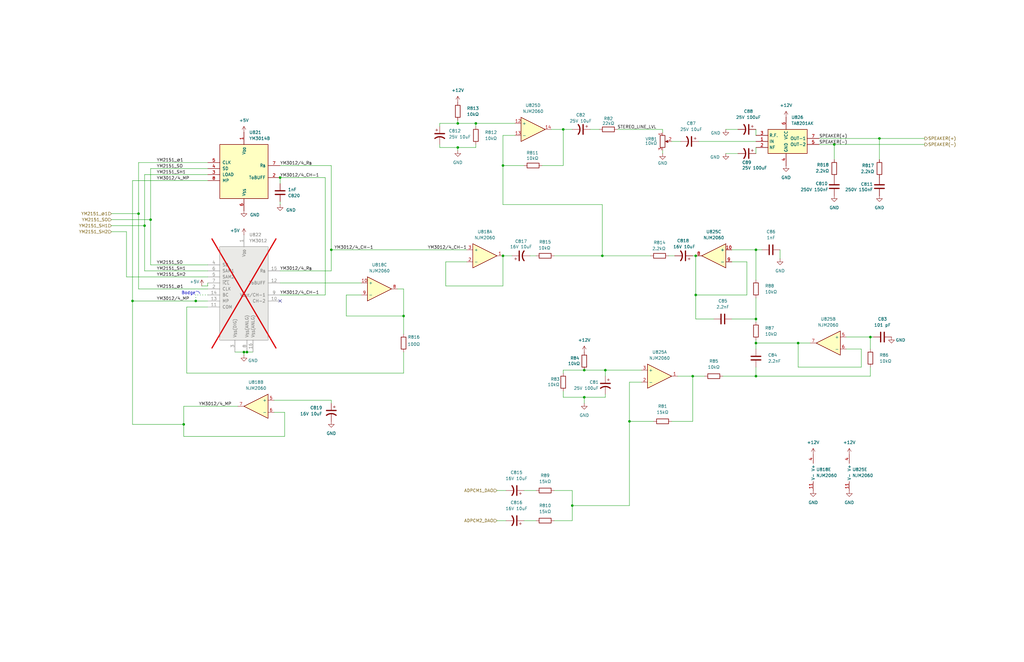
<source format=kicad_sch>
(kicad_sch (version 20231120) (generator "eeschema") (generator_version "8.0")
  (paper "B")
  (title_block (title "RA9704, Audio Amplifier") (date "2024-12-30") (rev "002") (company "Coin-Op Collection") (comment 1 "Author: Brandon Arnold") (comment 2 "License: CC BY-NC-SA 4.0"))
  (lib_symbols
    (symbol "power:+12V" (power) (pin_numbers hide) (pin_names (offset 0) hide)
      (property "Value" "+12V" (at 0 3.556 0))
      (symbol "+12V_0_1"
        (polyline (pts (xy -0.762 1.27) (xy 0 2.54)))
        (polyline (pts (xy 0 0) (xy 0 2.54)))
        (polyline (pts (xy 0 2.54) (xy 0.762 1.27)))
      )
      (symbol "+12V_1_1"
        (pin power_in line (at 0 0 90) (length 0) (name "~") (number "1"))
      )
    )
    (symbol "power:+5V" (power) (pin_numbers hide) (pin_names (offset 0) hide)
      (property "Value" "+5V" (at 0 3.556 0))
      (symbol "+5V_0_1"
        (polyline (pts (xy -0.762 1.27) (xy 0 2.54)))
        (polyline (pts (xy 0 0) (xy 0 2.54)))
        (polyline (pts (xy 0 2.54) (xy 0.762 1.27)))
      )
      (symbol "+5V_1_1"
        (pin power_in line (at 0 0 90) (length 0) (name "~") (number "1"))
      )
    )
    (symbol "power:GND" (power) (pin_numbers hide) (pin_names (offset 0) hide)
      (property "Value" "GND" (at 0 -3.81 0))
      (symbol "GND_0_1"
        (polyline (pts (xy 0 0) (xy 0 -1.27) (xy 1.27 -1.27) (xy 0 -2.54) (xy -1.27 -1.27) (xy 0 -1.27)))
      )
      (symbol "GND_1_1"
        (pin power_in line (at 0 0 270) (length 0) (name "~") (number "1"))
      )
    )
    (symbol "ra9704:C_Disc" (pin_numbers hide) (pin_names (offset 0.254))
      (property "Reference" "C" (at 0.635 2.54 0))
      (property "Value" "C" (at 0.635 -2.54 0))
      (symbol "C_Disc_0_1"
        (polyline (pts (xy -2.032 -0.762) (xy 2.032 -0.762)) (stroke (width 0.508)))
        (polyline (pts (xy -2.032 0.762) (xy 2.032 0.762)) (stroke (width 0.508)))
      )
      (symbol "C_Disc_1_1"
        (pin passive line (at 0 3.81 270) (length 2.794) (name "~") (number "1"))
        (pin passive line (at 0 -3.81 90) (length 2.794) (name "~") (number "2"))
      )
    )
    (symbol "ra9704:C_Polarized_US_5mm" (pin_numbers hide) (pin_names (offset 0.254) hide)
      (property "Reference" "C" (at 0.635 2.54 0))
      (property "Value" "C_Polarized_US" (at 0.635 -2.54 0))
      (symbol "C_Polarized_US_5mm_0_1"
        (polyline (pts (xy -2.032 0.762) (xy 2.032 0.762)) (stroke (width 0.508)))
        (polyline (pts (xy -1.778 2.286) (xy -0.762 2.286)))
        (polyline (pts (xy -1.27 1.778) (xy -1.27 2.794)))
        (arc (start 2.032 -1.27) (mid 0 -0.5572) (end -2.032 -1.27) (stroke (width 0.508)))
      )
      (symbol "C_Polarized_US_5mm_1_1"
        (pin passive line (at 0 3.81 270) (length 2.794) (name "~") (number "1"))
        (pin passive line (at 0 -3.81 90) (length 3.302) (name "~") (number "2"))
      )
    )
    (symbol "ra9704:C_Polarized_US_8mm" (pin_numbers hide) (pin_names (offset 0.254) hide)
      (property "Reference" "C" (at 0.635 2.54 0))
      (property "Value" "C_Polarized_US" (at 0.635 -2.54 0))
      (symbol "C_Polarized_US_8mm_0_1"
        (polyline (pts (xy -2.032 0.762) (xy 2.032 0.762)) (stroke (width 0.508)))
        (polyline (pts (xy -1.778 2.286) (xy -0.762 2.286)))
        (polyline (pts (xy -1.27 1.778) (xy -1.27 2.794)))
        (arc (start 2.032 -1.27) (mid 0 -0.5572) (end -2.032 -1.27) (stroke (width 0.508)))
      )
      (symbol "C_Polarized_US_8mm_1_1"
        (pin passive line (at 0 3.81 270) (length 2.794) (name "~") (number "1"))
        (pin passive line (at 0 -3.81 90) (length 3.302) (name "~") (number "2"))
      )
    )
    (symbol "ra9704:NJM2060"
      (property "Reference" "U" (at 0 5.08 0))
      (property "Value" "NJM2060" (at 0 -5.08 0))
      (symbol "NJM2060_1_1"
        (polyline (pts (xy -5.08 5.08) (xy 5.08 0) (xy -5.08 -5.08) (xy -5.08 5.08)) (stroke (width 0.254)) (fill (type background)))
        (pin output line (at 7.62 0 180) (length 2.54) (name "~") (number "1"))
        (pin input line (at -7.62 -2.54 0) (length 2.54) (name "-") (number "2"))
        (pin input line (at -7.62 2.54 0) (length 2.54) (name "+") (number "3"))
      )
      (symbol "NJM2060_2_1"
        (polyline (pts (xy -5.08 5.08) (xy 5.08 0) (xy -5.08 -5.08) (xy -5.08 5.08)) (stroke (width 0.254)) (fill (type background)))
        (pin input line (at -7.62 2.54 0) (length 2.54) (name "+") (number "5"))
        (pin input line (at -7.62 -2.54 0) (length 2.54) (name "-") (number "6"))
        (pin output line (at 7.62 0 180) (length 2.54) (name "~") (number "7"))
      )
      (symbol "NJM2060_3_1"
        (polyline (pts (xy -5.08 5.08) (xy 5.08 0) (xy -5.08 -5.08) (xy -5.08 5.08)) (stroke (width 0.254)) (fill (type background)))
        (pin input line (at -7.62 2.54 0) (length 2.54) (name "+") (number "10"))
        (pin output line (at 7.62 0 180) (length 2.54) (name "~") (number "8"))
        (pin input line (at -7.62 -2.54 0) (length 2.54) (name "-") (number "9"))
      )
      (symbol "NJM2060_4_1"
        (polyline (pts (xy -5.08 5.08) (xy 5.08 0) (xy -5.08 -5.08) (xy -5.08 5.08)) (stroke (width 0.254)) (fill (type background)))
        (pin input line (at -7.62 2.54 0) (length 2.54) (name "+") (number "12"))
        (pin input line (at -7.62 -2.54 0) (length 2.54) (name "-") (number "13"))
        (pin output line (at 7.62 0 180) (length 2.54) (name "~") (number "14"))
      )
      (symbol "NJM2060_5_1"
        (pin power_in line (at -2.54 -7.62 90) (length 3.81) (name "V-") (number "11"))
        (pin power_in line (at -2.54 7.62 270) (length 3.81) (name "V+") (number "4"))
      )
    )
    (symbol "ra9704:R" (pin_numbers hide) (pin_names (offset 0))
      (property "Reference" "R" (at 2.032 0 90))
      (property "Value" "R" (at 0 0 90))
      (symbol "R_0_1"
        (rectangle (start -1.016 -2.54) (end 1.016 2.54) (stroke (width 0.254)))
      )
      (symbol "R_1_1"
        (pin passive line (at 0 3.81 270) (length 1.27) (name "~") (number "1"))
        (pin passive line (at 0 -3.81 90) (length 1.27) (name "~") (number "2"))
      )
    )
    (symbol "ra9704:R_Potentiometer" (pin_names (offset 1.016) hide)
      (property "Reference" "VR" (at -4.445 0 90))
      (property "Value" "R_Potentiometer" (at -2.54 0 90))
      (symbol "R_Potentiometer_0_1"
        (polyline (pts (xy 2.54 0) (xy 1.524 0)))
        (polyline (pts (xy 1.143 0) (xy 2.286 0.508) (xy 2.286 -0.508) (xy 1.143 0)) (fill (type outline)))
        (rectangle (start 1.016 2.54) (end -1.016 -2.54) (stroke (width 0.254)))
      )
      (symbol "R_Potentiometer_1_1"
        (pin passive line (at 0 3.81 270) (length 1.27) (name "1") (number "1"))
        (pin passive line (at 3.81 0 180) (length 1.27) (name "2") (number "2"))
        (pin passive line (at 0 -3.81 90) (length 1.27) (name "3") (number "3"))
      )
    )
    (symbol "ra9704:TA8201AK"
      (property "Reference" "U" (at 1.778 7.874 0))
      (property "Value" "TA8201AK" (at 5.842 6.096 0))
      (symbol "TA8201AK_0_1"
        (rectangle (start -7.62 5.08) (end 8.89 -5.08) (stroke (width 0.254)) (fill (type background)))
      )
      (symbol "TA8201AK_1_1"
        (pin input line (at -12.7 0 0) (length 5.08) (name "IN") (number "1"))
        (pin input line (at -12.7 -2.54 0) (length 5.08) (name "NF") (number "2"))
        (pin input line (at -12.7 2.54 0) (length 5.08) (name "R.F.") (number "3"))
        (pin power_in line (at 0 -10.16 90) (length 5.08) (name "GND") (number "4"))
        (pin output line (at 13.97 -1.27 180) (length 5.08) (name "OUT-2") (number "5"))
        (pin power_in line (at 0 10.16 270) (length 5.08) (name "VCC") (number "6"))
        (pin output line (at 13.97 1.27 180) (length 5.08) (name "OUT-1") (number "7"))
      )
    )
    (symbol "ra9704:YM3012" (pin_names (offset 1.016))
      (property "Reference" "U" (at 4.064 16.256 0))
      (property "Value" "YM3012" (at 7.366 13.97 0))
      (symbol "YM3012_1_0"
        (pin power_in line (at 0 17.78 270) (length 5.08) (name "V_{DD}") (number "1"))
        (pin power_out line (at 15.24 -10.16 180) (length 5.08) (name "CH-2") (number "10"))
        (pin input line (at -15.24 -12.7 0) (length 5.08) (name "COM") (number "11"))
        (pin output line (at 15.24 -2.54 180) (length 5.08) (name "ToBUFF") (number "12"))
        (pin input line (at -15.24 -10.16 0) (length 5.08) (name "MP") (number "13"))
        (pin input line (at -15.24 -7.62 0) (length 5.08) (name "BC") (number "14"))
        (pin output line (at 15.24 2.54 180) (length 5.08) (name "R_{B}") (number "15"))
        (pin power_in line (at 3.81 -31.75 90) (length 5.08) (name "V_{SS}(ANLG)") (number "16"))
        (pin input line (at -15.24 -5.08 0) (length 5.08) (name "CLK") (number "2"))
        (pin power_in line (at -3.81 -31.75 90) (length 5.08) (name "V_{SS}(DIG)") (number "3"))
        (pin input line (at -15.24 5.08 0) (length 5.08) (name "SD") (number "4"))
        (pin input line (at -15.24 0 0) (length 5.08) (name "SAM2") (number "5"))
        (pin input line (at -15.24 2.54 0) (length 5.08) (name "SAM1") (number "6"))
        (pin input line (at -15.24 -2.54 0) (length 5.08) (name "~{ICL}") (number "7"))
        (pin power_in line (at 1.27 -31.75 90) (length 5.08) (name "V_{SS}(ANLG)") (number "8"))
        (pin power_out line (at 15.24 -7.62 180) (length 5.08) (name "V_{OUT}/CH-1") (number "9"))
      )
      (symbol "YM3012_1_1"
        (rectangle (start -10.16 12.7) (end 10.16 -26.67) (stroke (width 0.254)) (fill (type background)))
      )
    )
    (symbol "ra9704:YM3014B" (pin_names (offset 1.016))
      (property "Reference" "U" (at 4.064 14.986 0))
      (property "Value" "YM3014B" (at 7.366 12.7 0))
      (symbol "YM3014B_1_0"
        (pin power_in line (at 0 16.51 270) (length 5.08) (name "V_{DD}") (number "1"))
        (pin output line (at 15.24 -2.54 180) (length 5.08) (name "ToBUFF") (number "2"))
        (pin input line (at -15.24 -1.27 0) (length 5.08) (name "LOAD") (number "3"))
        (pin input line (at -15.24 1.27 0) (length 5.08) (name "SD") (number "4"))
        (pin input line (at -15.24 3.81 0) (length 5.08) (name "CLK") (number "5"))
        (pin power_in line (at 0 -16.51 90) (length 5.08) (name "V_{SS}") (number "6"))
        (pin output line (at 15.24 2.54 180) (length 5.08) (name "R_{B}") (number "7"))
        (pin input line (at -15.24 -3.81 0) (length 5.08) (name "MP") (number "8"))
      )
      (symbol "YM3014B_1_1"
        (rectangle (start -10.16 11.43) (end 10.16 -11.43) (stroke (width 0.254)) (fill (type background)))
      )
    )
  )
  (junction (at 170.18 133.35))
  (junction (at 58.42 90.17))
  (junction (at 367.03 142.24))
  (junction (at 246.38 167.64))
  (junction (at 246.38 156.21))
  (junction (at 104.14 148.59))
  (junction (at 55.88 127))
  (junction (at 237.49 54.61))
  (junction (at 293.37 107.95))
  (junction (at 63.5 92.71))
  (junction (at 293.37 124.46))
  (junction (at 318.77 105.41))
  (junction (at 255.27 156.21))
  (junction (at 212.09 107.95))
  (junction (at 102.87 148.59))
  (junction (at 60.96 95.25))
  (junction (at 318.77 158.75))
  (junction (at 318.77 134.62))
  (junction (at 193.04 52.07))
  (junction (at 212.09 69.85))
  (junction (at 139.7 105.41))
  (junction (at 193.04 62.23))
  (junction (at 77.47 179.07))
  (junction (at 351.79 60.96))
  (junction (at 200.66 52.07))
  (junction (at 82.55 127))
  (junction (at 336.55 144.78))
  (junction (at 370.84 58.42))
  (junction (at 292.1 158.75))
  (junction (at 254 107.95))
  (junction (at 265.43 177.8))
  (junction (at 118.11 74.93))
  (junction (at 318.77 144.78))
  (junction (at 241.3 213.36))
  (no_connect (at 204.47 -15.24))
  (no_connect (at 219.71 -17.78))
  (no_connect (at 118.11 127))
  (no_connect (at 204.47 -20.32))
  (wire (pts (xy 367.03 154.94) (xy 367.03 158.75)))
  (wire (pts (xy 170.18 121.92) (xy 167.64 121.92)))
  (wire (pts (xy 137.16 124.46) (xy 137.16 74.93)))
  (wire (pts (xy 200.66 62.23) (xy 200.66 60.96)))
  (wire (pts (xy 85.09 120.65) (xy 87.63 120.65)))
  (wire (pts (xy 185.42 53.34) (xy 185.42 52.07)))
  (wire (pts (xy 220.98 69.85) (xy 212.09 69.85)))
  (wire (pts (xy 185.42 62.23) (xy 193.04 62.23)))
  (wire (pts (xy 139.7 170.18) (xy 139.7 168.91)))
  (wire (pts (xy 293.37 107.95) (xy 292.1 107.95)))
  (wire (pts (xy 265.43 177.8) (xy 265.43 213.36)))
  (wire (pts (xy 193.04 62.23) (xy 200.66 62.23)))
  (wire (pts (xy 185.42 52.07) (xy 193.04 52.07)))
  (wire (pts (xy 212.09 120.65) (xy 212.09 107.95)))
  (wire (pts (xy 46.99 90.17) (xy 58.42 90.17)))
  (wire (pts (xy 139.7 168.91) (xy 115.57 168.91)))
  (wire (pts (xy 118.11 74.93) (xy 137.16 74.93)))
  (wire (pts (xy 255.27 156.21) (xy 246.38 156.21)))
  (wire (pts (xy 58.42 90.17) (xy 58.42 121.92)))
  (wire (pts (xy 220.98 207.01) (xy 226.06 207.01)))
  (wire (pts (xy 118.11 119.38) (xy 152.4 119.38)))
  (wire (pts (xy 53.34 116.84) (xy 87.63 116.84)))
  (wire (pts (xy 196.85 110.49) (xy 187.96 110.49)))
  (wire (pts (xy 212.09 69.85) (xy 212.09 86.36)))
  (wire (pts (xy 146.05 133.35) (xy 170.18 133.35)))
  (wire (pts (xy 77.47 171.45) (xy 77.47 179.07)))
  (wire (pts (xy 241.3 54.61) (xy 237.49 54.61)))
  (wire (pts (xy 300.99 134.62) (xy 293.37 134.62)))
  (wire (pts (xy 363.22 147.32) (xy 363.22 154.94)))
  (wire (pts (xy 215.9 107.95) (xy 212.09 107.95)))
  (wire (pts (xy 308.61 134.62) (xy 318.77 134.62)))
  (wire (pts (xy 46.99 92.71) (xy 63.5 92.71)))
  (wire (pts (xy 60.96 73.66) (xy 60.96 95.25)))
  (wire (pts (xy 254 86.36) (xy 254 107.95)))
  (wire (pts (xy 170.18 133.35) (xy 170.18 121.92)))
  (wire (pts (xy 146.05 124.46) (xy 146.05 133.35)))
  (wire (pts (xy 170.18 133.35) (xy 170.18 140.97)))
  (wire (pts (xy 233.68 219.71) (xy 241.3 219.71)))
  (wire (pts (xy 118.11 69.85) (xy 139.7 69.85)))
  (wire (pts (xy 46.99 97.79) (xy 53.34 97.79)))
  (wire (pts (xy 279.4 64.77) (xy 279.4 63.5)))
  (wire (pts (xy 283.21 59.69) (xy 287.02 59.69)))
  (wire (pts (xy 367.03 147.32) (xy 367.03 142.24)))
  (wire (pts (xy 55.88 179.07) (xy 77.47 179.07)))
  (wire (pts (xy 318.77 158.75) (xy 367.03 158.75)))
  (wire (pts (xy 308.61 105.41) (xy 318.77 105.41)))
  (wire (pts (xy 275.59 177.8) (xy 265.43 177.8)))
  (wire (pts (xy 209.55 207.01) (xy 213.36 207.01)))
  (wire (pts (xy 294.64 59.69) (xy 318.77 59.69)))
  (wire (pts (xy 293.37 107.95) (xy 293.37 124.46)))
  (wire (pts (xy 139.7 105.41) (xy 139.7 114.3)))
  (wire (pts (xy 82.55 124.46) (xy 82.55 127)) (stroke (width 0.25) (type dot)))
  (wire (pts (xy 63.5 71.12) (xy 87.63 71.12)))
  (wire (pts (xy 254 86.36) (xy 212.09 86.36)))
  (wire (pts (xy 318.77 154.94) (xy 318.77 158.75)))
  (wire (pts (xy 187.96 120.65) (xy 212.09 120.65)))
  (wire (pts (xy 370.84 58.42) (xy 389.89 58.42)))
  (wire (pts (xy 304.8 158.75) (xy 318.77 158.75)))
  (wire (pts (xy 63.5 71.12) (xy 63.5 92.71)))
  (wire (pts (xy 341.63 144.78) (xy 336.55 144.78)))
  (wire (pts (xy 336.55 144.78) (xy 318.77 144.78)))
  (wire (pts (xy 77.47 171.45) (xy 100.33 171.45)))
  (wire (pts (xy 60.96 95.25) (xy 60.96 114.3)))
  (wire (pts (xy 104.14 148.59) (xy 106.68 148.59)))
  (wire (pts (xy 58.42 68.58) (xy 87.63 68.58)))
  (wire (pts (xy 120.015 184.15) (xy 77.47 184.15)))
  (wire (pts (xy 60.96 73.66) (xy 87.63 73.66)))
  (wire (pts (xy 55.88 76.2) (xy 87.63 76.2)))
  (wire (pts (xy 87.63 124.46) (xy 82.55 124.46)) (stroke (width 0.25) (type dot)))
  (wire (pts (xy 241.3 213.36) (xy 241.3 219.71)))
  (wire (pts (xy 328.93 105.41) (xy 328.93 109.22)))
  (wire (pts (xy 260.35 54.61) (xy 279.4 54.61)))
  (wire (pts (xy 246.38 170.18) (xy 246.38 167.64)))
  (wire (pts (xy 200.66 52.07) (xy 217.17 52.07)))
  (wire (pts (xy 233.68 107.95) (xy 254 107.95)))
  (wire (pts (xy 102.87 148.59) (xy 104.14 148.59)))
  (wire (pts (xy 370.84 58.42) (xy 370.84 67.31)))
  (wire (pts (xy 279.4 54.61) (xy 279.4 55.88)))
  (wire (pts (xy 193.04 52.07) (xy 200.66 52.07)))
  (wire (pts (xy 293.37 124.46) (xy 314.96 124.46)))
  (wire (pts (xy 255.27 167.64) (xy 255.27 166.37)))
  (wire (pts (xy 314.96 110.49) (xy 314.96 124.46)))
  (wire (pts (xy 102.87 148.59) (xy 102.87 149.86)))
  (wire (pts (xy 345.44 60.96) (xy 351.79 60.96)))
  (wire (pts (xy 318.77 144.78) (xy 318.77 147.32)))
  (wire (pts (xy 237.49 156.21) (xy 237.49 157.48)))
  (wire (pts (xy 63.5 92.71) (xy 63.5 111.76)))
  (wire (pts (xy 220.98 219.71) (xy 226.06 219.71)))
  (wire (pts (xy 368.3 142.24) (xy 367.03 142.24)))
  (wire (pts (xy 367.03 142.24) (xy 356.87 142.24)))
  (wire (pts (xy 233.68 207.01) (xy 241.3 207.01)))
  (wire (pts (xy 308.61 110.49) (xy 314.96 110.49)))
  (wire (pts (xy 318.77 143.51) (xy 318.77 144.78)))
  (wire (pts (xy 99.06 148.59) (xy 102.87 148.59)))
  (wire (pts (xy 265.43 161.29) (xy 265.43 177.8)))
  (wire (pts (xy 306.07 64.77) (xy 311.15 64.77)))
  (wire (pts (xy 265.43 161.29) (xy 270.51 161.29)))
  (wire (pts (xy 292.1 158.75) (xy 285.75 158.75)))
  (wire (pts (xy 120.015 184.15) (xy 120.015 173.99)))
  (wire (pts (xy 139.7 69.85) (xy 139.7 105.41)))
  (wire (pts (xy 212.09 57.15) (xy 212.09 69.85)))
  (wire (pts (xy 78.74 157.48) (xy 78.74 129.54)))
  (wire (pts (xy 318.77 135.89) (xy 318.77 134.62)))
  (wire (pts (xy 270.51 156.21) (xy 255.27 156.21)))
  (wire (pts (xy 232.41 54.61) (xy 237.49 54.61)))
  (wire (pts (xy 226.06 107.95) (xy 223.52 107.95)))
  (wire (pts (xy 120.015 173.99) (xy 115.57 173.99)))
  (wire (pts (xy 77.47 184.15) (xy 77.47 179.07)))
  (wire (pts (xy 293.37 134.62) (xy 293.37 124.46)))
  (wire (pts (xy 118.11 114.3) (xy 139.7 114.3)))
  (wire (pts (xy 318.77 134.62) (xy 318.77 125.73)))
  (wire (pts (xy 241.3 207.01) (xy 241.3 213.36)))
  (wire (pts (xy 255.27 156.21) (xy 255.27 158.75)))
  (wire (pts (xy 118.11 124.46) (xy 137.16 124.46)))
  (wire (pts (xy 318.77 105.41) (xy 321.31 105.41)))
  (wire (pts (xy 55.88 127) (xy 55.88 179.07)))
  (wire (pts (xy 297.18 158.75) (xy 292.1 158.75)))
  (wire (pts (xy 87.63 119.38) (xy 87.63 120.65)))
  (wire (pts (xy 345.44 58.42) (xy 370.84 58.42)))
  (wire (pts (xy 254 107.95) (xy 274.32 107.95)))
  (wire (pts (xy 139.7 105.41) (xy 196.85 105.41)))
  (wire (pts (xy 58.42 90.17) (xy 58.42 68.58)))
  (wire (pts (xy 152.4 124.46) (xy 146.05 124.46)))
  (wire (pts (xy 187.96 110.49) (xy 187.96 120.65)))
  (wire (pts (xy 193.04 63.5) (xy 193.04 62.23)))
  (wire (pts (xy 46.99 95.25) (xy 60.96 95.25)))
  (wire (pts (xy 351.79 60.96) (xy 389.89 60.96)))
  (wire (pts (xy 318.77 64.77) (xy 318.77 62.23)))
  (wire (pts (xy 118.11 77.47) (xy 118.11 74.93)))
  (wire (pts (xy 255.27 167.64) (xy 246.38 167.64)))
  (wire (pts (xy 283.21 177.8) (xy 292.1 177.8)))
  (wire (pts (xy 284.48 107.95) (xy 281.94 107.95)))
  (wire (pts (xy 237.49 69.85) (xy 237.49 54.61)))
  (wire (pts (xy 118.11 86.36) (xy 118.11 85.09)))
  (wire (pts (xy 252.73 54.61) (xy 248.92 54.61)))
  (wire (pts (xy 170.18 148.59) (xy 170.18 157.48)))
  (wire (pts (xy 228.6 69.85) (xy 237.49 69.85)))
  (wire (pts (xy 351.79 60.96) (xy 351.79 67.31)))
  (wire (pts (xy 237.49 167.64) (xy 246.38 167.64)))
  (wire (pts (xy 356.87 147.32) (xy 363.22 147.32)))
  (wire (pts (xy 336.55 144.78) (xy 336.55 154.94)))
  (wire (pts (xy 318.77 54.61) (xy 318.77 57.15)))
  (wire (pts (xy 60.96 114.3) (xy 87.63 114.3)))
  (wire (pts (xy 55.88 76.2) (xy 55.88 127)))
  (wire (pts (xy 55.88 127) (xy 82.55 127)))
  (wire (pts (xy 306.07 54.61) (xy 311.15 54.61)))
  (wire (pts (xy 363.22 154.94) (xy 336.55 154.94)))
  (wire (pts (xy 63.5 111.76) (xy 87.63 111.76)))
  (wire (pts (xy 292.1 177.8) (xy 292.1 158.75)))
  (wire (pts (xy 237.49 165.1) (xy 237.49 167.64)))
  (wire (pts (xy 318.77 105.41) (xy 318.77 118.11)))
  (wire (pts (xy 200.66 52.07) (xy 200.66 53.34)))
  (wire (pts (xy 241.3 213.36) (xy 265.43 213.36)))
  (wire (pts (xy 58.42 121.92) (xy 87.63 121.92)))
  (wire (pts (xy 82.55 127) (xy 87.63 127)))
  (wire (pts (xy 78.74 129.54) (xy 87.63 129.54)))
  (wire (pts (xy 193.04 50.8) (xy 193.04 52.07)))
  (wire (pts (xy 212.09 57.15) (xy 217.17 57.15)))
  (wire (pts (xy 209.55 219.71) (xy 213.36 219.71)))
  (wire (pts (xy 246.38 156.21) (xy 237.49 156.21)))
  (wire (pts (xy 53.34 97.79) (xy 53.34 116.84)))
  (wire (pts (xy 170.18 157.48) (xy 78.74 157.48)))
  (wire (pts (xy 185.42 60.96) (xy 185.42 62.23)))
  (arc (start 82.55 122.936) (mid 83.6489 123.0766) (end 84.328 123.952))
  (text "Bodge" (at 79.502 123.698 0) (effects (font (size 1.27 1.27))))
  (label "YM3012/4_CH-1" (at 180.34 105.41 0))
  (label "STEREO_LINE_LVL" (at 260.35 54.61 0))
  (label "SPEAKER(-)" (at 345.44 60.96 0))
  (label "YM3012/4_MP" (at 83.82 171.45 0))
  (label "YM3012/4_MP" (at 66.04 127 0))
  (label "YM2151_SH1" (at 66.04 73.66 0))
  (label "YM2151_SH1" (at 66.04 114.3 0))
  (label "YM2151_SH2" (at 66.04 116.84 0))
  (label "YM2151_⌀1" (at 66.04 68.58 0))
  (label "YM3012/4_R_{B}" (at 118.11 69.85 0))
  (label "YM3012/4_MP" (at 66.04 76.2 0))
  (label "YM2151_SO" (at 66.04 111.76 0))
  (label "YM3012/4_CH-1" (at 118.11 124.46 0))
  (label "SPEAKER(+)" (at 345.44 58.42 0))
  (label "YM3012/4_CH-1" (at 140.97 105.41 0))
  (label "YM3012/4_R_{B}" (at 118.11 114.3 0))
  (label "YM2151_SO" (at 66.04 71.12 0))
  (label "YM2151_⌀1" (at 66.04 121.92 0))
  (label "YM3012/4_CH-1" (at 118.11 74.93 0))
  (hierarchical_label "YM2151_SH2" (shape input) (at 46.99 97.79 180))
  (hierarchical_label "SPEAKER(-)" (shape output) (at 389.89 60.96 0))
  (hierarchical_label "YM2151_SH1" (shape input) (at 46.99 95.25 180))
  (hierarchical_label "ADPCM1_DAO" (shape input) (at 209.55 207.01 180))
  (hierarchical_label "YM2151_⌀1" (shape input) (at 46.99 90.17 180))
  (hierarchical_label "SPEAKER(+)" (shape output) (at 389.89 58.42 0))
  (hierarchical_label "YM2151_SO" (shape input) (at 46.99 92.71 180))
  (hierarchical_label "ADPCM2_DAO" (shape input) (at 209.55 219.71 180))
  (symbol (lib_id "ra9704:R") (at 200.66 57.15 180) (unit 1)
    (property "Reference" "R812" (at 204.47 55.8799 0) (effects (justify right)))
    (property "Value" "10kΩ" (at 204.47 58.4199 0) (effects (justify right)))
    (property "Footprint" "ra9704:R_Axial_DIN0204_L3.6mm_D1.6mm_P5.08mm_Horizontal" (effects (hide yes)))
    (property "Description" "Resistor" (effects (hide yes)))
  )
  (symbol (lib_id "ra9704:R") (at 279.4 177.8 270) (unit 1)
    (property "Reference" "R81" (at 279.4 171.45 90))
    (property "Value" "15kΩ" (at 279.4 173.99 90))
    (property "Footprint" "ra9704:R_Axial_DIN0204_L3.6mm_D1.6mm_P5.08mm_Horizontal" (effects (hide yes)))
    (property "Description" "Resistor" (effects (hide yes)))
  )
  (symbol (lib_id "ra9704:R") (at 256.54 54.61 90) (unit 1)
    (property "Reference" "R82" (at 256.54 50.038 90))
    (property "Value" "22kΩ" (at 256.54 52.07 90))
    (property "Footprint" "ra9704:R_Axial_DIN0204_L3.6mm_D1.6mm_P5.08mm_Horizontal" (effects (hide yes)))
    (property "Description" "Resistor" (effects (hide yes)))
  )
  (symbol (lib_id "power:+5V") (at 102.87 55.88 0) (unit 1)
    (property "Reference" "#PWR0249" (effects (hide yes)))
    (property "Value" "+5V" (at 102.87 50.8 0))
    (property "Description" "Power symbol creates a global label with name \"+5V\"" (effects (hide yes)))
  )
  (symbol (lib_id "ra9704:R") (at 300.99 158.75 90) (unit 1)
    (property "Reference" "R85" (at 300.99 152.4 90))
    (property "Value" "10kΩ" (at 300.99 154.94 90))
    (property "Footprint" "ra9704:R_Axial_DIN0204_L3.6mm_D1.6mm_P5.08mm_Horizontal" (effects (hide yes)))
    (property "Description" "Resistor" (effects (hide yes)))
  )
  (symbol (lib_id "ra9704:C_Polarized_US_5mm") (at 217.17 219.71 270) (mirror x) (unit 1)
    (property "Reference" "C816" (at 217.805 212.09 90))
    (property "Value" "16V 10uF" (at 217.805 214.63 90))
    (property "Footprint" "ra9704:CP_Radial_D5.0mm_P2.50mm" (effects (hide yes)))
    (property "Description" "Polarized capacitor, US symbol" (effects (hide yes)))
  )
  (symbol (lib_id "ra9704:C_Polarized_US_5mm") (at 217.17 207.01 270) (mirror x) (unit 1)
    (property "Reference" "C815" (at 217.805 199.39 90))
    (property "Value" "16V 10uF" (at 217.805 201.93 90))
    (property "Footprint" "ra9704:CP_Radial_D5.0mm_P2.50mm" (effects (hide yes)))
    (property "Description" "Polarized capacitor, US symbol" (effects (hide yes)))
  )
  (symbol (lib_id "power:GND") (at 358.14 207.01 0) (unit 1)
    (property "Reference" "#PWR0237" (effects (hide yes)))
    (property "Value" "GND" (at 358.14 212.09 0))
    (property "Description" "Power symbol creates a global label with name \"GND\" , ground" (effects (hide yes)))
  )
  (symbol (lib_id "ra9704:R") (at 318.77 121.92 180) (unit 1)
    (property "Reference" "R88" (at 322.58 120.6499 0) (effects (justify right)))
    (property "Value" "10kΩ" (at 322.58 123.1899 0) (effects (justify right)))
    (property "Footprint" "ra9704:R_Axial_DIN0204_L3.6mm_D1.6mm_P5.08mm_Horizontal" (effects (hide yes)))
    (property "Description" "Resistor" (effects (hide yes)))
  )
  (symbol (lib_id "ra9704:R") (at 237.49 161.29 0) (mirror x) (unit 1)
    (property "Reference" "R83" (at 232.156 160.02 0) (effects (justify left)))
    (property "Value" "10kΩ" (at 230.886 162.306 0) (effects (justify left)))
    (property "Footprint" "ra9704:R_Axial_DIN0204_L3.6mm_D1.6mm_P5.08mm_Horizontal" (effects (hide yes)))
    (property "Description" "Resistor" (effects (hide yes)))
  )
  (symbol (lib_id "ra9704:C_Polarized_US_8mm") (at 314.96 64.77 270) (unit 1)
    (property "Reference" "C89" (at 312.928 68.58 90) (effects (justify left)))
    (property "Value" "25V 100uF" (at 312.928 70.866 90) (effects (justify left)))
    (property "Footprint" "ra9704:CP_Radial_D8.0mm_P5.00mm" (effects (hide yes)))
    (property "Description" "Polarized capacitor, US symbol" (effects (hide yes)))
  )
  (symbol (lib_id "ra9704:R") (at 351.79 71.12 0) (unit 1)
    (property "Reference" "R818" (at 344.424 69.596 0) (effects (justify left)))
    (property "Value" "2.2kΩ" (at 343.916 72.136 0) (effects (justify left)))
    (property "Footprint" "ra9704:R_Axial_DIN0204_L3.6mm_D1.6mm_P5.08mm_Horizontal" (effects (hide yes)))
    (property "Description" "Resistor" (effects (hide yes)))
  )
  (symbol (lib_id "ra9704:R") (at 170.18 144.78 180) (unit 1)
    (property "Reference" "R816" (at 174.498 142.24 0))
    (property "Value" "100Ω" (at 174.498 145.288 0))
    (property "Footprint" "ra9704:R_Axial_DIN0204_L3.6mm_D1.6mm_P5.08mm_Horizontal" (effects (hide yes)))
    (property "Description" "Resistor" (effects (hide yes)))
  )
  (symbol (lib_id "power:GND") (at 351.79 82.55 0) (unit 1)
    (property "Reference" "#PWR0245" (effects (hide yes)))
    (property "Value" "GND" (at 351.79 87.63 0))
    (property "Description" "Power symbol creates a global label with name \"GND\" , ground" (effects (hide yes)))
  )
  (symbol (lib_id "power:+5V") (at 102.87 99.06 0) (unit 1)
    (property "Reference" "#PWR0251" (effects (hide yes)))
    (property "Value" "+5V" (at 99.06 97.282 0))
    (property "Description" "Power symbol creates a global label with name \"+5V\"" (effects (hide yes)))
  )
  (symbol (lib_id "ra9704:R") (at 229.87 219.71 270) (mirror x) (unit 1)
    (property "Reference" "R810" (at 229.87 213.36 90))
    (property "Value" "15kΩ" (at 229.87 215.9 90))
    (property "Footprint" "ra9704:R_Axial_DIN0204_L3.6mm_D1.6mm_P5.08mm_Horizontal" (effects (hide yes)))
    (property "Description" "Resistor" (effects (hide yes)))
  )
  (symbol (lib_id "ra9704:C_Disc") (at 318.77 151.13 0) (unit 1)
    (property "Reference" "C84" (at 323.85 149.8599 0) (effects (justify left)))
    (property "Value" "2.2nF" (at 323.85 152.3999 0) (effects (justify left)))
    (property "Footprint" "ra9704:C_Disc_D5.0mm_W2.5mm_P5.00mm" (effects (hide yes)))
    (property "Description" "Unpolarized capacitor" (effects (hide yes)))
  )
  (symbol (lib_id "ra9704:R_Potentiometer") (at 279.4 59.69 0) (unit 1)
    (property "Reference" "VR81" (at 277.114 58.674 0) (effects (justify right)))
    (property "Value" "10kΩ" (at 277.114 60.452 0) (effects (justify right)))
    (property "Footprint" "ra9704:Potentiometer_Piher_PT-6-V_Vertical" (effects (hide yes)))
    (property "Description" "Potentiometer" (effects (hide yes)))
  )
  (symbol (lib_id "power:GND") (at 279.4 64.77 0) (unit 1)
    (property "Reference" "#PWR0239" (effects (hide yes)))
    (property "Value" "GND" (at 279.4 68.834 0))
    (property "Description" "Power symbol creates a global label with name \"GND\" , ground" (effects (hide yes)))
  )
  (symbol (lib_id "ra9704:NJM2060") (at 212.09 -17.78 0) (unit 4)
    (property "Reference" "U818" (at 212.09 -27.94 0))
    (property "Value" "NJM2060" (at 212.09 -25.4 0))
    (property "Footprint" "ra9704:DIP-14_W7.62mm" (effects (hide yes)))
    (property "Datasheet" "https://static.brandonarnold.com/projects/batrider/2060D.PDF" (effects (hide yes)))
    (property "Description" "Quad operational amplifier" (effects (hide yes)))
    (property "Sim.Library" "${KICAD7_SYMBOL_DIR}/Simulation_SPICE.sp" (effects (hide yes)))
    (property "Sim.Name" "kicad_builtin_opamp_quad" (effects (hide yes)))
    (property "Sim.Device" "SUBCKT" (effects (hide yes)))
    (property "Sim.Pins" "1=out1 2=in1- 3=in1+ 4=vcc 5=in2+ 6=in2- 7=out2 8=out3 9=in3- 10=in3+ 11=vee 12=in4+ 13=in4- 14=out4" (effects (hide yes)))
  )
  (symbol (lib_id "power:GND") (at 306.07 54.61 0) (unit 1)
    (property "Reference" "#PWR0240" (effects (hide yes)))
    (property "Value" "GND" (at 301.752 56.134 0))
    (property "Description" "Power symbol creates a global label with name \"GND\" , ground" (effects (hide yes)))
  )
  (symbol (lib_id "power:+12V") (at 358.14 191.77 0) (unit 1)
    (property "Reference" "#PWR0236" (effects (hide yes)))
    (property "Value" "+12V" (at 358.14 186.69 0))
    (property "Description" "Power symbol creates a global label with name \"+12V\"" (effects (hide yes)))
  )
  (symbol (lib_id "ra9704:R") (at 246.38 152.4 0) (mirror y) (unit 1)
    (property "Reference" "R84" (at 244.348 151.13 0) (effects (justify left)))
    (property "Value" "10kΩ" (at 244.602 153.416 0) (effects (justify left)))
    (property "Footprint" "ra9704:R_Axial_DIN0204_L3.6mm_D1.6mm_P5.08mm_Horizontal" (effects (hide yes)))
    (property "Description" "Resistor" (effects (hide yes)))
  )
  (symbol (lib_id "ra9704:C_Disc") (at 372.11 142.24 90) (unit 1)
    (property "Reference" "C83" (at 372.11 134.62 90))
    (property "Value" "101 pF" (at 372.11 137.16 90))
    (property "Footprint" "ra9704:C_Disc_D5.0mm_W2.5mm_P5.00mm" (effects (hide yes)))
    (property "Description" "Unpolarized capacitor" (effects (hide yes)))
  )
  (symbol (lib_id "ra9704:R") (at 229.87 107.95 90) (unit 1)
    (property "Reference" "R815" (at 229.87 102.108 90))
    (property "Value" "10kΩ" (at 229.616 104.648 90))
    (property "Footprint" "ra9704:R_Axial_DIN0204_L3.6mm_D1.6mm_P5.08mm_Horizontal" (effects (hide yes)))
    (property "Description" "Resistor" (effects (hide yes)))
  )
  (symbol (lib_id "ra9704:R") (at 229.87 207.01 90) (mirror x) (unit 1)
    (property "Reference" "R89" (at 229.87 200.66 90))
    (property "Value" "15kΩ" (at 229.87 203.2 90))
    (property "Footprint" "ra9704:R_Axial_DIN0204_L3.6mm_D1.6mm_P5.08mm_Horizontal" (effects (hide yes)))
    (property "Description" "Resistor" (effects (hide yes)))
  )
  (symbol (lib_id "ra9704:C_Disc") (at 118.11 81.28 0) (mirror y) (unit 1)
    (property "Reference" "C820" (at 121.412 82.55 0) (effects (justify right)))
    (property "Value" "1nF" (at 121.412 80.01 0) (effects (justify right)))
    (property "Footprint" "ra9704:C_Disc_D5.0mm_W2.5mm_P5.00mm" (effects (hide yes)))
    (property "Description" "Unpolarized capacitor" (effects (hide yes)))
  )
  (symbol (lib_id "ra9704:C_Disc") (at 370.84 78.74 0) (unit 1)
    (property "Reference" "C811" (at 362.966 77.724 0) (effects (justify left)))
    (property "Value" "250V 150nF" (at 356.362 80.01 0) (effects (justify left)))
    (property "Footprint" "ra9704:C_Disc_D5.0mm_W2.5mm_P5.00mm" (effects (hide yes)))
    (property "Description" "Unpolarized capacitor" (effects (hide yes)))
  )
  (symbol (lib_id "ra9704:C_Polarized_US_5mm") (at 219.71 107.95 90) (unit 1)
    (property "Reference" "C817" (at 219.71 101.854 90))
    (property "Value" "16V 10uF" (at 219.71 104.14 90))
    (property "Footprint" "ra9704:CP_Radial_D5.0mm_P2.50mm" (effects (hide yes)))
    (property "Description" "Polarized capacitor, US symbol" (effects (hide yes)))
  )
  (symbol (lib_id "ra9704:C_Polarized_US_5mm") (at 288.29 107.95 270) (mirror x) (unit 1)
    (property "Reference" "C818" (at 288.036 101.6 90))
    (property "Value" "16V 10uF" (at 288.544 104.14 90))
    (property "Footprint" "ra9704:CP_Radial_D5.0mm_P2.50mm" (effects (hide yes)))
    (property "Description" "Polarized capacitor, US symbol" (effects (hide yes)))
  )
  (symbol (lib_id "ra9704:NJM2060") (at 160.02 121.92 0) (unit 3)
    (property "Reference" "U818" (at 160.02 111.76 0))
    (property "Value" "NJM2060" (at 160.02 114.3 0))
    (property "Footprint" "ra9704:DIP-14_W7.62mm" (effects (hide yes)))
    (property "Datasheet" "https://static.brandonarnold.com/projects/batrider/2060D.PDF" (effects (hide yes)))
    (property "Description" "Quad operational amplifier" (effects (hide yes)))
    (property "Sim.Library" "${KICAD7_SYMBOL_DIR}/Simulation_SPICE.sp" (effects (hide yes)))
    (property "Sim.Name" "kicad_builtin_opamp_quad" (effects (hide yes)))
    (property "Sim.Device" "SUBCKT" (effects (hide yes)))
    (property "Sim.Pins" "1=out1 2=in1- 3=in1+ 4=vcc 5=in2+ 6=in2- 7=out2 8=out3 9=in3- 10=in3+ 11=vee 12=in4+ 13=in4- 14=out4" (effects (hide yes)))
  )
  (symbol (lib_id "power:GND") (at 118.11 86.36 0) (unit 1)
    (property "Reference" "#PWR0253" (effects (hide yes)))
    (property "Value" "GND" (at 122.682 88.646 0))
    (property "Description" "Power symbol creates a global label with name \"GND\" , ground" (effects (hide yes)))
  )
  (symbol (lib_id "power:GND") (at 102.87 88.9 0) (unit 1)
    (property "Reference" "#PWR0250" (effects (hide yes)))
    (property "Value" "GND" (at 107.442 90.678 0))
    (property "Description" "Power symbol creates a global label with name \"GND\" , ground" (effects (hide yes)))
  )
  (symbol (lib_id "ra9704:NJM2060") (at 278.13 158.75 0) (unit 1)
    (property "Reference" "U825" (at 278.13 148.59 0))
    (property "Value" "NJM2060" (at 278.13 151.13 0))
    (property "Footprint" "ra9704:DIP-14_W7.62mm" (effects (hide yes)))
    (property "Datasheet" "https://static.brandonarnold.com/projects/batrider/2060D.PDF" (effects (hide yes)))
    (property "Description" "Quad operational amplifier" (effects (hide yes)))
    (property "Sim.Library" "${KICAD7_SYMBOL_DIR}/Simulation_SPICE.sp" (effects (hide yes)))
    (property "Sim.Name" "kicad_builtin_opamp_quad" (effects (hide yes)))
    (property "Sim.Device" "SUBCKT" (effects (hide yes)))
    (property "Sim.Pins" "1=out1 2=in1- 3=in1+ 4=vcc 5=in2+ 6=in2- 7=out2 8=out3 9=in3- 10=in3+ 11=vee 12=in4+ 13=in4- 14=out4" (effects (hide yes)))
  )
  (symbol (lib_id "power:GND") (at 328.93 109.22 0) (unit 1)
    (property "Reference" "#PWR0238" (effects (hide yes)))
    (property "Value" "GND" (at 328.93 114.3 0))
    (property "Description" "Power symbol creates a global label with name \"GND\" , ground" (effects (hide yes)))
  )
  (symbol (lib_id "power:+12V") (at 193.04 43.18 0) (unit 1)
    (property "Reference" "#PWR0230" (effects (hide yes)))
    (property "Value" "+12V" (at 193.04 38.1 0))
    (property "Description" "Power symbol creates a global label with name \"+12V\"" (effects (hide yes)))
  )
  (symbol (lib_id "ra9704:R") (at 278.13 107.95 270) (mirror x) (unit 1)
    (property "Reference" "R814" (at 278.13 102.362 90))
    (property "Value" "2.2kΩ" (at 277.876 104.902 90))
    (property "Footprint" "ra9704:R_Axial_DIN0204_L3.6mm_D1.6mm_P5.08mm_Horizontal" (effects (hide yes)))
    (property "Description" "Resistor" (effects (hide yes)))
  )
  (symbol (lib_id "ra9704:R") (at 367.03 151.13 0) (unit 1)
    (property "Reference" "R86" (at 370.84 149.8599 0) (effects (justify left)))
    (property "Value" "10kΩ" (at 370.84 152.3999 0) (effects (justify left)))
    (property "Footprint" "ra9704:R_Axial_DIN0204_L3.6mm_D1.6mm_P5.08mm_Horizontal" (effects (hide yes)))
    (property "Description" "Resistor" (effects (hide yes)))
  )
  (symbol (lib_id "ra9704:C_Polarized_US_5mm") (at 290.83 59.69 270) (unit 1)
    (property "Reference" "C87" (at 291.465 52.07 90))
    (property "Value" "25V 10uF" (at 291.465 54.61 90))
    (property "Footprint" "ra9704:CP_Radial_D5.0mm_P2.50mm" (effects (hide yes)))
    (property "Description" "Polarized capacitor, US symbol" (effects (hide yes)))
  )
  (symbol (lib_id "ra9704:C_Polarized_US_8mm") (at 314.96 54.61 270) (unit 1)
    (property "Reference" "C88" (at 315.595 46.99 90))
    (property "Value" "25V 100uF" (at 315.595 49.53 90))
    (property "Footprint" "ra9704:CP_Radial_D8.0mm_P5.00mm" (effects (hide yes)))
    (property "Description" "Polarized capacitor, US symbol" (effects (hide yes)))
  )
  (symbol (lib_id "ra9704:NJM2060") (at 204.47 107.95 0) (unit 1)
    (property "Reference" "U818" (at 204.47 97.79 0))
    (property "Value" "NJM2060" (at 204.47 100.33 0))
    (property "Footprint" "ra9704:DIP-14_W7.62mm" (effects (hide yes)))
    (property "Datasheet" "https://static.brandonarnold.com/projects/batrider/2060D.PDF" (effects (hide yes)))
    (property "Description" "Quad operational amplifier" (effects (hide yes)))
    (property "Sim.Library" "${KICAD7_SYMBOL_DIR}/Simulation_SPICE.sp" (effects (hide yes)))
    (property "Sim.Name" "kicad_builtin_opamp_quad" (effects (hide yes)))
    (property "Sim.Device" "SUBCKT" (effects (hide yes)))
    (property "Sim.Pins" "1=out1 2=in1- 3=in1+ 4=vcc 5=in2+ 6=in2- 7=out2 8=out3 9=in3- 10=in3+ 11=vee 12=in4+ 13=in4- 14=out4" (effects (hide yes)))
  )
  (symbol (lib_id "power:GND") (at 246.38 170.18 0) (mirror y) (unit 1)
    (property "Reference" "#PWR0233" (effects (hide yes)))
    (property "Value" "GND" (at 246.38 175.26 0))
    (property "Description" "Power symbol creates a global label with name \"GND\" , ground" (effects (hide yes)))
  )
  (symbol (lib_id "ra9704:R") (at 370.84 71.12 0) (unit 1)
    (property "Reference" "R817" (at 363.474 69.85 0) (effects (justify left)))
    (property "Value" "2.2kΩ" (at 362.966 72.39 0) (effects (justify left)))
    (property "Footprint" "ra9704:R_Axial_DIN0204_L3.6mm_D1.6mm_P5.08mm_Horizontal" (effects (hide yes)))
    (property "Description" "Resistor" (effects (hide yes)))
  )
  (symbol (lib_id "ra9704:C_Polarized_US_8mm") (at 255.27 162.56 0) (mirror y) (unit 1)
    (property "Reference" "C81" (at 252.476 161.29 0) (effects (justify left)))
    (property "Value" "25V 100uF" (at 252.476 163.83 0) (effects (justify left)))
    (property "Footprint" "ra9704:CP_Radial_D8.0mm_P5.00mm" (effects (hide yes)))
    (property "Description" "Polarized capacitor, US symbol" (effects (hide yes)))
  )
  (symbol (lib_id "power:GND") (at 193.04 63.5 0) (unit 1)
    (property "Reference" "#PWR0231" (effects (hide yes)))
    (property "Value" "GND" (at 193.04 68.58 0))
    (property "Description" "Power symbol creates a global label with name \"GND\" , ground" (effects (hide yes)))
  )
  (symbol (lib_id "ra9704:C_Polarized_US_5mm") (at 185.42 57.15 0) (unit 1)
    (property "Reference" "C812" (at 189.23 55.2449 0) (effects (justify left)))
    (property "Value" "25V 10uF" (at 189.23 57.7849 0) (effects (justify left)))
    (property "Footprint" "ra9704:CP_Radial_D5.0mm_P2.50mm" (effects (hide yes)))
    (property "Description" "Polarized capacitor, US symbol" (effects (hide yes)))
  )
  (symbol (lib_id "power:+12V") (at 331.47 49.53 0) (unit 1)
    (property "Reference" "#PWR0243" (effects (hide yes)))
    (property "Value" "+12V" (at 331.47 44.45 0))
    (property "Description" "Power symbol creates a global label with name \"+12V\"" (effects (hide yes)))
  )
  (symbol (lib_id "ra9704:R") (at 318.77 139.7 0) (unit 1)
    (property "Reference" "R87" (at 322.58 138.4299 0) (effects (justify left)))
    (property "Value" "10kΩ" (at 322.58 140.9699 0) (effects (justify left)))
    (property "Footprint" "ra9704:R_Axial_DIN0204_L3.6mm_D1.6mm_P5.08mm_Horizontal" (effects (hide yes)))
    (property "Description" "Resistor" (effects (hide yes)))
  )
  (symbol (lib_id "ra9704:C_Disc") (at 304.8 134.62 270) (unit 1)
    (property "Reference" "C85" (at 304.8 127 90))
    (property "Value" "2.2nF" (at 304.8 129.54 90))
    (property "Footprint" "ra9704:C_Disc_D5.0mm_W2.5mm_P5.00mm" (effects (hide yes)))
    (property "Description" "Unpolarized capacitor" (effects (hide yes)))
  )
  (symbol (lib_id "power:GND") (at 139.7 177.8 0) (mirror y) (unit 1)
    (property "Reference" "#PWR037" (effects (hide yes)))
    (property "Value" "GND" (at 139.7 182.88 0))
    (property "Description" "Power symbol creates a global label with name \"GND\" , ground" (effects (hide yes)))
  )
  (symbol (lib_id "power:GND") (at 375.92 142.24 0) (unit 1)
    (property "Reference" "#PWR0242" (effects (hide yes)))
    (property "Value" "GND" (at 379.73 143.51 0))
    (property "Description" "Power symbol creates a global label with name \"GND\" , ground" (effects (hide yes)))
  )
  (symbol (lib_id "power:+12V") (at 246.38 148.59 0) (mirror y) (unit 1)
    (property "Reference" "#PWR0232" (effects (hide yes)))
    (property "Value" "+12V" (at 246.38 143.51 0))
    (property "Description" "Power symbol creates a global label with name \"+12V\"" (effects (hide yes)))
  )
  (symbol (lib_id "ra9704:R") (at 224.79 69.85 270) (mirror x) (unit 1)
    (property "Reference" "R811" (at 224.536 64.516 90))
    (property "Value" "10kΩ" (at 224.536 66.802 90))
    (property "Footprint" "ra9704:R_Axial_DIN0204_L3.6mm_D1.6mm_P5.08mm_Horizontal" (effects (hide yes)))
    (property "Description" "Resistor" (effects (hide yes)))
  )
  (symbol (lib_id "ra9704:R") (at 193.04 46.99 0) (unit 1)
    (property "Reference" "R813" (at 196.85 45.7199 0) (effects (justify left)))
    (property "Value" "10kΩ" (at 196.85 48.2599 0) (effects (justify left)))
    (property "Footprint" "ra9704:R_Axial_DIN0204_L3.6mm_D1.6mm_P5.08mm_Horizontal" (effects (hide yes)))
    (property "Description" "Resistor" (effects (hide yes)))
  )
  (symbol (lib_id "power:GND") (at 342.9 207.01 0) (unit 1)
    (property "Reference" "#PWR0235" (effects (hide yes)))
    (property "Value" "GND" (at 342.9 212.09 0))
    (property "Description" "Power symbol creates a global label with name \"GND\" , ground" (effects (hide yes)))
  )
  (symbol (lib_id "power:GND") (at 331.47 69.85 0) (unit 1)
    (property "Reference" "#PWR0244" (effects (hide yes)))
    (property "Value" "GND" (at 331.47 74.93 0))
    (property "Description" "Power symbol creates a global label with name \"GND\" , ground" (effects (hide yes)))
  )
  (symbol (lib_id "ra9704:TA8201AK") (at 331.47 59.69 0) (unit 1)
    (property "Reference" "U826" (at 333.6641 49.53 0) (effects (justify left)))
    (property "Value" "TA8201AK" (at 333.6641 52.07 0) (effects (justify left)))
    (property "Footprint" "ra9704:SIP7" (effects (hide yes)))
    (property "Datasheet" "https://static.brandonarnold.com/projects/batrider/Toshiba-TA8201AK-datasheet.pdf" (effects (hide yes)))
    (property "Description" "BTL Audio Amplifier" (effects (hide yes)))
  )
  (symbol (lib_id "ra9704:NJM2060") (at 349.25 144.78 0) (mirror y) (unit 2)
    (property "Reference" "U825" (at 349.25 134.62 0))
    (property "Value" "NJM2060" (at 349.25 137.16 0))
    (property "Footprint" "ra9704:DIP-14_W7.62mm" (effects (hide yes)))
    (property "Datasheet" "https://static.brandonarnold.com/projects/batrider/2060D.PDF" (effects (hide yes)))
    (property "Description" "Quad operational amplifier" (effects (hide yes)))
    (property "Sim.Library" "${KICAD7_SYMBOL_DIR}/Simulation_SPICE.sp" (effects (hide yes)))
    (property "Sim.Name" "kicad_builtin_opamp_quad" (effects (hide yes)))
    (property "Sim.Device" "SUBCKT" (effects (hide yes)))
    (property "Sim.Pins" "1=out1 2=in1- 3=in1+ 4=vcc 5=in2+ 6=in2- 7=out2 8=out3 9=in3- 10=in3+ 11=vee 12=in4+ 13=in4- 14=out4" (effects (hide yes)))
  )
  (symbol (lib_id "ra9704:C_Disc") (at 325.12 105.41 270) (unit 1)
    (property "Reference" "C86" (at 325.12 97.79 90))
    (property "Value" "1nF" (at 325.12 100.33 90))
    (property "Footprint" "ra9704:C_Disc_D5.0mm_W2.5mm_P5.00mm" (effects (hide yes)))
    (property "Description" "Unpolarized capacitor" (effects (hide yes)))
  )
  (symbol (lib_id "ra9704:NJM2060") (at 360.68 199.39 0) (unit 5)
    (property "Reference" "U825" (at 359.41 198.1199 0) (effects (justify left)))
    (property "Value" "NJM2060" (at 359.41 200.6599 0) (effects (justify left)))
    (property "Footprint" "ra9704:DIP-14_W7.62mm" (effects (hide yes)))
    (property "Datasheet" "https://static.brandonarnold.com/projects/batrider/2060D.PDF" (effects (hide yes)))
    (property "Description" "Quad operational amplifier" (effects (hide yes)))
    (property "Sim.Library" "${KICAD7_SYMBOL_DIR}/Simulation_SPICE.sp" (effects (hide yes)))
    (property "Sim.Name" "kicad_builtin_opamp_quad" (effects (hide yes)))
    (property "Sim.Device" "SUBCKT" (effects (hide yes)))
    (property "Sim.Pins" "1=out1 2=in1- 3=in1+ 4=vcc 5=in2+ 6=in2- 7=out2 8=out3 9=in3- 10=in3+ 11=vee 12=in4+ 13=in4- 14=out4" (effects (hide yes)))
  )
  (symbol (lib_id "power:GND") (at 102.87 149.86 0) (unit 1)
    (property "Reference" "#PWR0252" (effects (hide yes)))
    (property "Value" "GND" (at 106.68 152.146 0))
    (property "Description" "Power symbol creates a global label with name \"GND\" , ground" (effects (hide yes)))
  )
  (symbol (lib_id "ra9704:NJM2060") (at 224.79 54.61 0) (unit 4)
    (property "Reference" "U825" (at 224.79 44.45 0))
    (property "Value" "NJM2060" (at 224.79 46.99 0))
    (property "Footprint" "ra9704:DIP-14_W7.62mm" (effects (hide yes)))
    (property "Datasheet" "https://static.brandonarnold.com/projects/batrider/2060D.PDF" (effects (hide yes)))
    (property "Description" "Quad operational amplifier" (effects (hide yes)))
    (property "Sim.Library" "${KICAD7_SYMBOL_DIR}/Simulation_SPICE.sp" (effects (hide yes)))
    (property "Sim.Name" "kicad_builtin_opamp_quad" (effects (hide yes)))
    (property "Sim.Device" "SUBCKT" (effects (hide yes)))
    (property "Sim.Pins" "1=out1 2=in1- 3=in1+ 4=vcc 5=in2+ 6=in2- 7=out2 8=out3 9=in3- 10=in3+ 11=vee 12=in4+ 13=in4- 14=out4" (effects (hide yes)))
  )
  (symbol (lib_id "ra9704:YM3012") (at 102.87 116.84 0) (unit 1) (dnp yes)
    (property "Reference" "U822" (at 105.0641 99.06 0) (effects (justify left)))
    (property "Value" "YM3012" (at 105.0641 101.6 0) (effects (justify left)))
    (property "Footprint" "ra9704:DIP-16_W7.62mm" (effects (hide yes)))
    (property "Datasheet" "https://static.brandonarnold.com/projects/batrider/YM3012.pdf" (effects (hide yes)))
    (property "Description" "2-Channel Serial Input Floating D/A Converter" (effects (hide yes)))
  )
  (symbol (lib_id "ra9704:C_Polarized_US_5mm") (at 245.11 54.61 270) (unit 1)
    (property "Reference" "C82" (at 244.856 48.514 90))
    (property "Value" "25V 10uF" (at 244.856 51.054 90))
    (property "Footprint" "ra9704:CP_Radial_D5.0mm_P2.50mm" (effects (hide yes)))
    (property "Description" "Polarized capacitor, US symbol" (effects (hide yes)))
  )
  (symbol (lib_id "power:GND") (at 306.07 64.77 0) (unit 1)
    (property "Reference" "#PWR0241" (effects (hide yes)))
    (property "Value" "GND" (at 301.498 66.294 0))
    (property "Description" "Power symbol creates a global label with name \"GND\" , ground" (effects (hide yes)))
  )
  (symbol (lib_id "ra9704:NJM2060") (at 107.95 171.45 0) (mirror y) (unit 2)
    (property "Reference" "U818" (at 107.95 161.29 0))
    (property "Value" "NJM2060" (at 107.95 163.83 0))
    (property "Footprint" "ra9704:DIP-14_W7.62mm" (effects (hide yes)))
    (property "Datasheet" "https://static.brandonarnold.com/projects/batrider/2060D.PDF" (effects (hide yes)))
    (property "Description" "Quad operational amplifier" (effects (hide yes)))
    (property "Sim.Library" "${KICAD7_SYMBOL_DIR}/Simulation_SPICE.sp" (effects (hide yes)))
    (property "Sim.Name" "kicad_builtin_opamp_quad" (effects (hide yes)))
    (property "Sim.Device" "SUBCKT" (effects (hide yes)))
    (property "Sim.Pins" "1=out1 2=in1- 3=in1+ 4=vcc 5=in2+ 6=in2- 7=out2 8=out3 9=in3- 10=in3+ 11=vee 12=in4+ 13=in4- 14=out4" (effects (hide yes)))
  )
  (symbol (lib_id "ra9704:NJM2060") (at 300.99 107.95 0) (mirror y) (unit 3)
    (property "Reference" "U825" (at 300.99 97.79 0))
    (property "Value" "NJM2060" (at 300.99 100.33 0))
    (property "Footprint" "ra9704:DIP-14_W7.62mm" (effects (hide yes)))
    (property "Datasheet" "https://static.brandonarnold.com/projects/batrider/2060D.PDF" (effects (hide yes)))
    (property "Description" "Quad operational amplifier" (effects (hide yes)))
    (property "Sim.Library" "${KICAD7_SYMBOL_DIR}/Simulation_SPICE.sp" (effects (hide yes)))
    (property "Sim.Name" "kicad_builtin_opamp_quad" (effects (hide yes)))
    (property "Sim.Device" "SUBCKT" (effects (hide yes)))
    (property "Sim.Pins" "1=out1 2=in1- 3=in1+ 4=vcc 5=in2+ 6=in2- 7=out2 8=out3 9=in3- 10=in3+ 11=vee 12=in4+ 13=in4- 14=out4" (effects (hide yes)))
  )
  (symbol (lib_id "ra9704:C_Disc") (at 351.79 78.74 0) (unit 1)
    (property "Reference" "C810" (at 343.916 77.47 0) (effects (justify left)))
    (property "Value" "250V 150nF" (at 337.566 80.01 0) (effects (justify left)))
    (property "Footprint" "ra9704:C_Disc_D5.0mm_W2.5mm_P5.00mm" (effects (hide yes)))
    (property "Description" "Unpolarized capacitor" (effects (hide yes)))
  )
  (symbol (lib_id "power:+5V") (at 85.09 120.65 0) (unit 1)
    (property "Reference" "#PWR0248" (effects (hide yes)))
    (property "Value" "+5V" (at 82.042 118.872 0))
    (property "Description" "Power symbol creates a global label with name \"+5V\"" (effects (hide yes)))
  )
  (symbol (lib_id "power:GND") (at 370.84 82.55 0) (unit 1)
    (property "Reference" "#PWR0246" (effects (hide yes)))
    (property "Value" "GND" (at 370.84 87.63 0))
    (property "Description" "Power symbol creates a global label with name \"GND\" , ground" (effects (hide yes)))
  )
  (symbol (lib_id "ra9704:C_Polarized_US_5mm") (at 139.7 173.99 0) (mirror y) (unit 1)
    (property "Reference" "C819" (at 135.89 172.0849 0) (effects (justify left)))
    (property "Value" "16V 10uF" (at 135.89 174.6249 0) (effects (justify left)))
    (property "Footprint" "ra9704:CP_Radial_D5.0mm_P2.50mm" (effects (hide yes)))
    (property "Description" "Polarized capacitor, US symbol" (effects (hide yes)))
  )
  (symbol (lib_id "ra9704:NJM2060") (at 345.44 199.39 0) (unit 5)
    (property "Reference" "U818" (at 344.17 198.1199 0) (effects (justify left)))
    (property "Value" "NJM2060" (at 344.17 200.6599 0) (effects (justify left)))
    (property "Footprint" "ra9704:DIP-14_W7.62mm" (effects (hide yes)))
    (property "Datasheet" "https://static.brandonarnold.com/projects/batrider/2060D.PDF" (effects (hide yes)))
    (property "Description" "Quad operational amplifier" (effects (hide yes)))
    (property "Sim.Library" "${KICAD7_SYMBOL_DIR}/Simulation_SPICE.sp" (effects (hide yes)))
    (property "Sim.Name" "kicad_builtin_opamp_quad" (effects (hide yes)))
    (property "Sim.Device" "SUBCKT" (effects (hide yes)))
    (property "Sim.Pins" "1=out1 2=in1- 3=in1+ 4=vcc 5=in2+ 6=in2- 7=out2 8=out3 9=in3- 10=in3+ 11=vee 12=in4+ 13=in4- 14=out4" (effects (hide yes)))
  )
  (symbol (lib_id "ra9704:YM3014B") (at 102.87 72.39 0) (unit 1)
    (property "Reference" "U821" (at 105.0641 55.88 0) (effects (justify left)))
    (property "Value" "YM3014B" (at 105.0641 58.42 0) (effects (justify left)))
    (property "Footprint" "ra9704:DIP-8_W7.62mm" (effects (hide yes)))
    (property "Datasheet" "https://static.brandonarnold.com/projects/batrider/YM3014B.PDF" (effects (hide yes)))
    (property "Description" "Serial Input Floating D/A Converter" (effects (hide yes)))
  )
  (symbol (lib_id "power:+12V") (at 342.9 191.77 0) (unit 1)
    (property "Reference" "#PWR0234" (effects (hide yes)))
    (property "Value" "+12V" (at 342.9 186.69 0))
    (property "Description" "Power symbol creates a global label with name \"+12V\"" (effects (hide yes)))
  )
)
</source>
